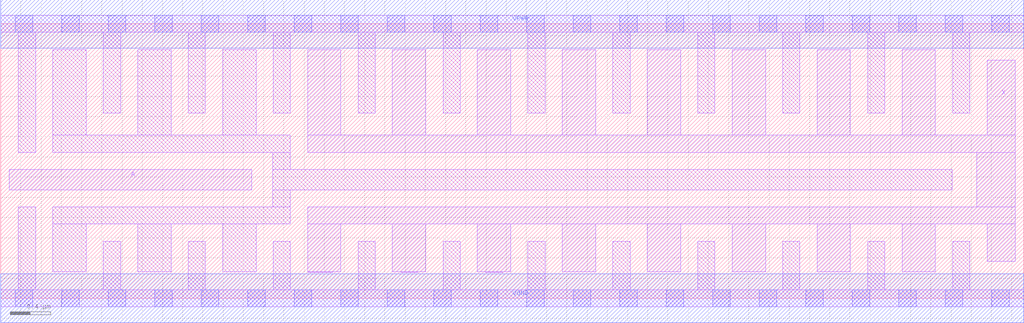
<source format=lef>
# Copyright 2020 The SkyWater PDK Authors
#
# Licensed under the Apache License, Version 2.0 (the "License");
# you may not use this file except in compliance with the License.
# You may obtain a copy of the License at
#
#     https://www.apache.org/licenses/LICENSE-2.0
#
# Unless required by applicable law or agreed to in writing, software
# distributed under the License is distributed on an "AS IS" BASIS,
# WITHOUT WARRANTIES OR CONDITIONS OF ANY KIND, either express or implied.
# See the License for the specific language governing permissions and
# limitations under the License.
#
# SPDX-License-Identifier: Apache-2.0

VERSION 5.7 ;
  NOWIREEXTENSIONATPIN ON ;
  DIVIDERCHAR "/" ;
  BUSBITCHARS "[]" ;
UNITS
  DATABASE MICRONS 200 ;
END UNITS
MACRO sky130_fd_sc_hd__buf_16
  CLASS CORE ;
  FOREIGN sky130_fd_sc_hd__buf_16 ;
  ORIGIN  0.000000  0.000000 ;
  SIZE  10.12000 BY  2.720000 ;
  SYMMETRY X Y R90 ;
  SITE unithd ;
  PIN A
    ANTENNAGATEAREA  1.485000 ;
    DIRECTION INPUT ;
    USE SIGNAL ;
    PORT
      LAYER li1 ;
        RECT 0.085000 1.075000 2.485000 1.275000 ;
    END
  END A
  PIN X
    ANTENNADIFFAREA  3.564000 ;
    DIRECTION OUTPUT ;
    USE SIGNAL ;
    PORT
      LAYER li1 ;
        RECT 3.035000 0.255000  3.285000 0.260000 ;
        RECT 3.035000 0.260000  3.365000 0.735000 ;
        RECT 3.035000 0.735000 10.035000 0.905000 ;
        RECT 3.035000 1.445000 10.035000 1.615000 ;
        RECT 3.035000 1.615000  3.365000 2.465000 ;
        RECT 3.875000 0.260000  4.205000 0.735000 ;
        RECT 3.875000 1.615000  4.205000 2.465000 ;
        RECT 3.955000 0.255000  4.125000 0.260000 ;
        RECT 4.715000 0.260000  5.045000 0.735000 ;
        RECT 4.715000 1.615000  5.045000 2.465000 ;
        RECT 4.795000 0.255000  4.965000 0.260000 ;
        RECT 5.555000 0.260000  5.885000 0.735000 ;
        RECT 5.555000 1.615000  5.885000 2.465000 ;
        RECT 6.395000 0.260000  6.725000 0.735000 ;
        RECT 6.395000 1.615000  6.725000 2.465000 ;
        RECT 7.235000 0.260000  7.565000 0.735000 ;
        RECT 7.235000 1.615000  7.565000 2.465000 ;
        RECT 8.075000 0.260000  8.405000 0.735000 ;
        RECT 8.075000 1.615000  8.405000 2.465000 ;
        RECT 8.915000 0.260000  9.245000 0.735000 ;
        RECT 8.915000 1.615000  9.245000 2.465000 ;
        RECT 9.655000 0.905000 10.035000 1.445000 ;
        RECT 9.760000 0.365000 10.035000 0.735000 ;
        RECT 9.760000 1.615000 10.035000 2.360000 ;
    END
  END X
  PIN VGND
    DIRECTION INOUT ;
    SHAPE ABUTMENT ;
    USE GROUND ;
    PORT
      LAYER met1 ;
        RECT 0.000000 -0.240000 10.120000 0.240000 ;
    END
  END VGND
  PIN VPWR
    DIRECTION INOUT ;
    SHAPE ABUTMENT ;
    USE POWER ;
    PORT
      LAYER met1 ;
        RECT 0.000000 2.480000 10.120000 2.960000 ;
    END
  END VPWR
  OBS
    LAYER li1 ;
      RECT 0.000000 -0.085000 10.120000 0.085000 ;
      RECT 0.000000  2.635000 10.120000 2.805000 ;
      RECT 0.175000  0.085000  0.345000 0.905000 ;
      RECT 0.175000  1.445000  0.345000 2.635000 ;
      RECT 0.515000  0.260000  0.845000 0.735000 ;
      RECT 0.515000  0.735000  2.865000 0.905000 ;
      RECT 0.515000  1.445000  2.865000 1.615000 ;
      RECT 0.515000  1.615000  0.845000 2.465000 ;
      RECT 1.015000  0.085000  1.185000 0.565000 ;
      RECT 1.015000  1.835000  1.185000 2.635000 ;
      RECT 1.355000  0.260000  1.685000 0.735000 ;
      RECT 1.355000  1.615000  1.685000 2.465000 ;
      RECT 1.855000  0.085000  2.025000 0.565000 ;
      RECT 1.855000  1.835000  2.025000 2.635000 ;
      RECT 2.195000  0.260000  2.525000 0.735000 ;
      RECT 2.195000  1.615000  2.525000 2.465000 ;
      RECT 2.690000  0.905000  2.865000 1.075000 ;
      RECT 2.690000  1.075000  9.410000 1.275000 ;
      RECT 2.690000  1.275000  2.865000 1.445000 ;
      RECT 2.695000  0.085000  2.865000 0.565000 ;
      RECT 2.695000  1.835000  2.865000 2.635000 ;
      RECT 3.535000  0.085000  3.705000 0.565000 ;
      RECT 3.535000  1.835000  3.705000 2.635000 ;
      RECT 4.375000  0.085000  4.545000 0.565000 ;
      RECT 4.375000  1.835000  4.545000 2.635000 ;
      RECT 5.215000  0.085000  5.385000 0.565000 ;
      RECT 5.215000  1.835000  5.385000 2.635000 ;
      RECT 6.055000  0.085000  6.225000 0.565000 ;
      RECT 6.055000  1.835000  6.225000 2.635000 ;
      RECT 6.895000  0.085000  7.065000 0.565000 ;
      RECT 6.895000  1.835000  7.065000 2.635000 ;
      RECT 7.735000  0.085000  7.905000 0.565000 ;
      RECT 7.735000  1.835000  7.905000 2.635000 ;
      RECT 8.575000  0.085000  8.745000 0.565000 ;
      RECT 8.575000  1.835000  8.745000 2.635000 ;
      RECT 9.415000  0.085000  9.585000 0.565000 ;
      RECT 9.415000  1.835000  9.585000 2.635000 ;
    LAYER mcon ;
      RECT 0.145000 -0.085000 0.315000 0.085000 ;
      RECT 0.145000  2.635000 0.315000 2.805000 ;
      RECT 0.605000 -0.085000 0.775000 0.085000 ;
      RECT 0.605000  2.635000 0.775000 2.805000 ;
      RECT 1.065000 -0.085000 1.235000 0.085000 ;
      RECT 1.065000  2.635000 1.235000 2.805000 ;
      RECT 1.525000 -0.085000 1.695000 0.085000 ;
      RECT 1.525000  2.635000 1.695000 2.805000 ;
      RECT 1.985000 -0.085000 2.155000 0.085000 ;
      RECT 1.985000  2.635000 2.155000 2.805000 ;
      RECT 2.445000 -0.085000 2.615000 0.085000 ;
      RECT 2.445000  2.635000 2.615000 2.805000 ;
      RECT 2.905000 -0.085000 3.075000 0.085000 ;
      RECT 2.905000  2.635000 3.075000 2.805000 ;
      RECT 3.365000 -0.085000 3.535000 0.085000 ;
      RECT 3.365000  2.635000 3.535000 2.805000 ;
      RECT 3.825000 -0.085000 3.995000 0.085000 ;
      RECT 3.825000  2.635000 3.995000 2.805000 ;
      RECT 4.285000 -0.085000 4.455000 0.085000 ;
      RECT 4.285000  2.635000 4.455000 2.805000 ;
      RECT 4.745000 -0.085000 4.915000 0.085000 ;
      RECT 4.745000  2.635000 4.915000 2.805000 ;
      RECT 5.205000 -0.085000 5.375000 0.085000 ;
      RECT 5.205000  2.635000 5.375000 2.805000 ;
      RECT 5.665000 -0.085000 5.835000 0.085000 ;
      RECT 5.665000  2.635000 5.835000 2.805000 ;
      RECT 6.125000 -0.085000 6.295000 0.085000 ;
      RECT 6.125000  2.635000 6.295000 2.805000 ;
      RECT 6.585000 -0.085000 6.755000 0.085000 ;
      RECT 6.585000  2.635000 6.755000 2.805000 ;
      RECT 7.045000 -0.085000 7.215000 0.085000 ;
      RECT 7.045000  2.635000 7.215000 2.805000 ;
      RECT 7.505000 -0.085000 7.675000 0.085000 ;
      RECT 7.505000  2.635000 7.675000 2.805000 ;
      RECT 7.965000 -0.085000 8.135000 0.085000 ;
      RECT 7.965000  2.635000 8.135000 2.805000 ;
      RECT 8.425000 -0.085000 8.595000 0.085000 ;
      RECT 8.425000  2.635000 8.595000 2.805000 ;
      RECT 8.885000 -0.085000 9.055000 0.085000 ;
      RECT 8.885000  2.635000 9.055000 2.805000 ;
      RECT 9.345000 -0.085000 9.515000 0.085000 ;
      RECT 9.345000  2.635000 9.515000 2.805000 ;
      RECT 9.805000 -0.085000 9.975000 0.085000 ;
      RECT 9.805000  2.635000 9.975000 2.805000 ;
  END
END sky130_fd_sc_hd__buf_16
END LIBRARY

</source>
